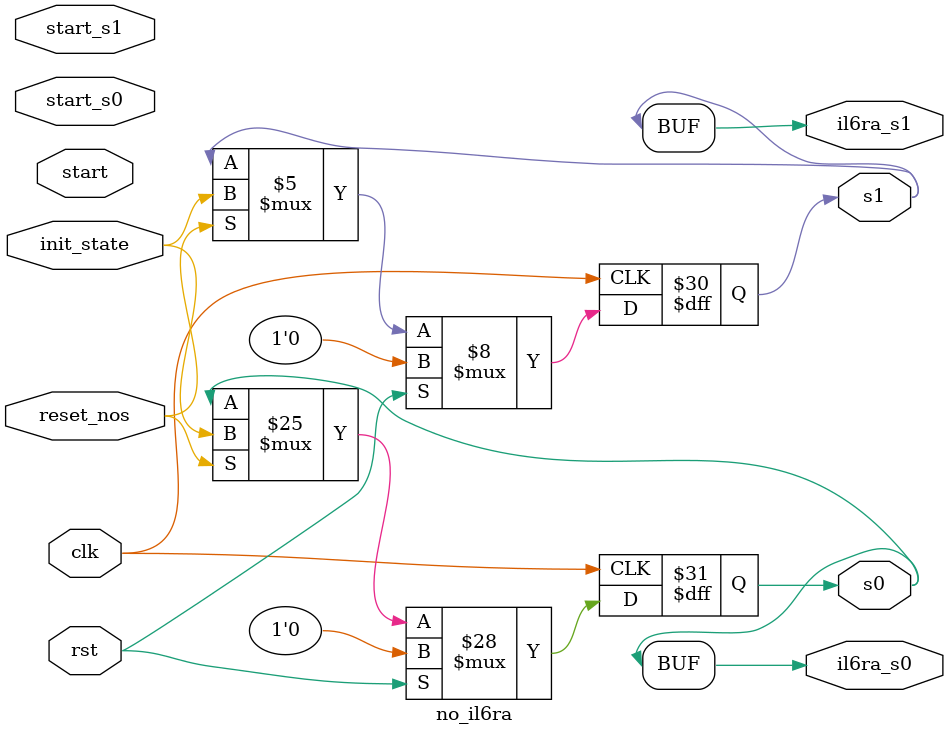
<source format=v>

module no_il6ra
(
  input clk,
  input start,
  input rst,
  input reset_nos,
  input start_s0,
  input start_s1,
  input init_state,
  output reg [1-1:0] s0,
  output reg [1-1:0] s1,
  output [1-1:0] il6ra_s0,
  output [1-1:0] il6ra_s1
);

  reg pass;

  always @(posedge clk) begin
    if(rst) begin
      s0 <= 1'd0;
      pass <= 1'b0;
    end else begin
      if(reset_nos) begin
        s0 <= init_state;
        pass <= 1;
      end else begin
        if(start_s0) begin
          if(pass) begin
            s0 <=  s0 ;
            pass <= 0;
          end else begin
            pass <= 1;
          end
        end 
      end
    end
  end


  always @(posedge clk) begin
    if(rst) begin
      s1 <= 1'd0;
    end else begin
      if(reset_nos) begin
        s1 <= init_state;
      end else begin
        if(start_s1) begin
          s1 <=  s1 ;
        end 
      end
    end
  end

  assign il6ra_s0 = s0;
  assign il6ra_s1 = s1;

endmodule

</source>
